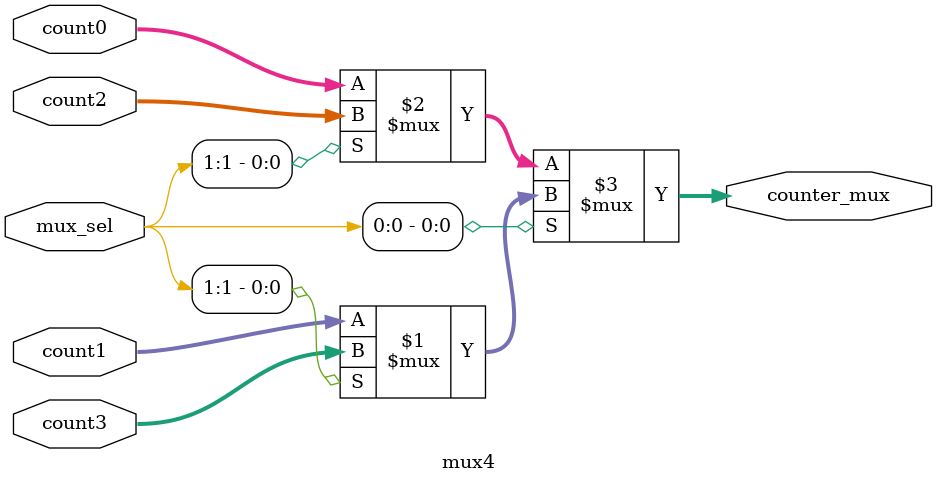
<source format=v>
`timescale 1ns / 1ps

module mux4(
    input [3:0] count0,
    input [3:0] count1,
    input [3:0] count2,
    input [3:0] count3,
    input [1:0] mux_sel,
	output [3:0] counter_mux
    );
	
assign counter_mux = mux_sel[0]?(mux_sel[1]?count3:count1):(mux_sel[1]?count2:count0);

endmodule

</source>
